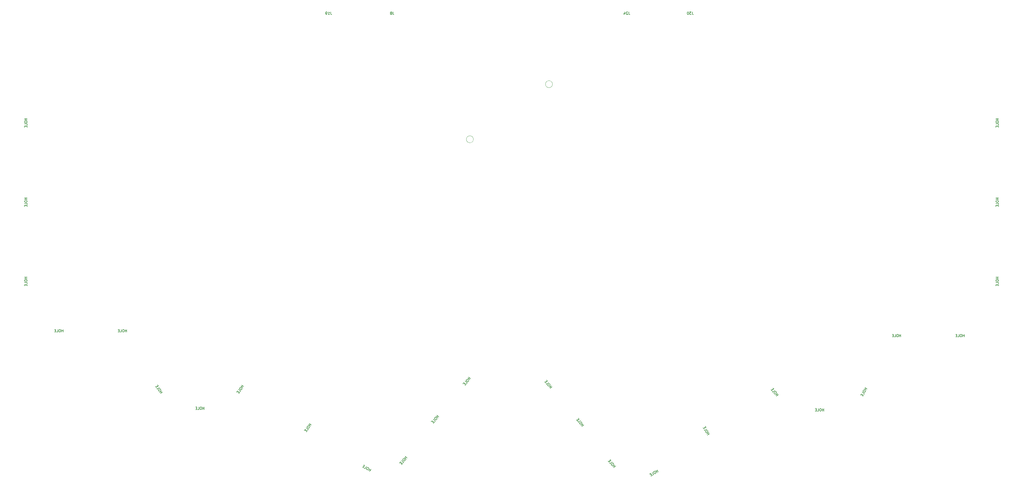
<source format=gbr>
%TF.GenerationSoftware,KiCad,Pcbnew,(6.99.0-4085-g6c752680d7)*%
%TF.CreationDate,2022-11-10T11:06:54+08:00*%
%TF.ProjectId,Rev2.4,52657632-2e34-42e6-9b69-6361645f7063,rev?*%
%TF.SameCoordinates,Original*%
%TF.FileFunction,Legend,Bot*%
%TF.FilePolarity,Positive*%
%FSLAX46Y46*%
G04 Gerber Fmt 4.6, Leading zero omitted, Abs format (unit mm)*
G04 Created by KiCad (PCBNEW (6.99.0-4085-g6c752680d7)) date 2022-11-10 11:06:54*
%MOMM*%
%LPD*%
G01*
G04 APERTURE LIST*
%ADD10C,0.150000*%
%ADD11C,0.152400*%
%ADD12C,0.100000*%
%ADD13C,1.700000*%
%ADD14C,1.600000*%
%ADD15C,0.800000*%
%ADD16C,6.400000*%
%ADD17R,1.200000X1.200000*%
%ADD18C,1.200000*%
%ADD19R,1.700000X1.700000*%
%ADD20O,1.700000X1.700000*%
%ADD21C,1.400000*%
%ADD22R,1.524000X1.524000*%
%ADD23O,1.524000X1.524000*%
%ADD24C,0.750000*%
%ADD25C,0.650000*%
%ADD26O,1.000000X2.100000*%
%ADD27O,1.000000X1.600000*%
%ADD28C,2.082800*%
%ADD29C,1.100000*%
G04 APERTURE END LIST*
D10*
%TO.C,D37*%
X188028467Y-175147721D02*
X187415632Y-174633491D01*
X187707458Y-174878362D02*
X187413613Y-175228554D01*
X187734622Y-175497912D02*
X187121786Y-174983682D01*
X186778966Y-175392239D02*
X186681018Y-175508970D01*
X186681018Y-175508970D02*
X186661226Y-175591822D01*
X186661226Y-175591822D02*
X186670617Y-175699162D01*
X186670617Y-175699162D02*
X186762860Y-175826293D01*
X186762860Y-175826293D02*
X186967139Y-175997703D01*
X186967139Y-175997703D02*
X187108357Y-176066469D01*
X187108357Y-176066469D02*
X187215696Y-176057078D01*
X187215696Y-176057078D02*
X187293853Y-176023200D01*
X187293853Y-176023200D02*
X187391802Y-175906469D01*
X187391802Y-175906469D02*
X187411593Y-175823617D01*
X187411593Y-175823617D02*
X187402202Y-175716277D01*
X187402202Y-175716277D02*
X187309959Y-175589146D01*
X187309959Y-175589146D02*
X187105680Y-175417736D01*
X187105680Y-175417736D02*
X186964463Y-175348970D01*
X186964463Y-175348970D02*
X186857123Y-175358361D01*
X186857123Y-175358361D02*
X186778966Y-175392239D01*
X186706162Y-176723583D02*
X186951033Y-176431757D01*
X186951033Y-176431757D02*
X186338198Y-175917527D01*
X186213743Y-176658503D02*
X186042333Y-176862782D01*
X186289880Y-177219688D02*
X186534752Y-176927862D01*
X186534752Y-176927862D02*
X185921916Y-176413632D01*
X185921916Y-176413632D02*
X185677045Y-176705458D01*
%TO.C,D17*%
X333511737Y-149929906D02*
X333511737Y-149129906D01*
X333511737Y-149510859D02*
X333054594Y-149510859D01*
X333054594Y-149929906D02*
X333054594Y-149129906D01*
X332521261Y-149129906D02*
X332368880Y-149129906D01*
X332368880Y-149129906D02*
X332292690Y-149168002D01*
X332292690Y-149168002D02*
X332216499Y-149244192D01*
X332216499Y-149244192D02*
X332178404Y-149396573D01*
X332178404Y-149396573D02*
X332178404Y-149663240D01*
X332178404Y-149663240D02*
X332216499Y-149815621D01*
X332216499Y-149815621D02*
X332292690Y-149891811D01*
X332292690Y-149891811D02*
X332368880Y-149929906D01*
X332368880Y-149929906D02*
X332521261Y-149929906D01*
X332521261Y-149929906D02*
X332597452Y-149891811D01*
X332597452Y-149891811D02*
X332673642Y-149815621D01*
X332673642Y-149815621D02*
X332711738Y-149663240D01*
X332711738Y-149663240D02*
X332711738Y-149396573D01*
X332711738Y-149396573D02*
X332673642Y-149244192D01*
X332673642Y-149244192D02*
X332597452Y-149168002D01*
X332597452Y-149168002D02*
X332521261Y-149129906D01*
X331454595Y-149929906D02*
X331835547Y-149929906D01*
X331835547Y-149929906D02*
X331835547Y-149129906D01*
X331187928Y-149510859D02*
X330921262Y-149510859D01*
X330806976Y-149929906D02*
X331187928Y-149929906D01*
X331187928Y-149929906D02*
X331187928Y-149129906D01*
X331187928Y-149129906D02*
X330806976Y-149129906D01*
%TO.C,D18*%
X322896243Y-166329797D02*
X322203423Y-165929797D01*
X322533337Y-166120273D02*
X322304766Y-166516170D01*
X322667671Y-166725694D02*
X321974851Y-166325694D01*
X321708185Y-166787574D02*
X321631994Y-166919540D01*
X321631994Y-166919540D02*
X321626890Y-167004570D01*
X321626890Y-167004570D02*
X321654778Y-167108649D01*
X321654778Y-167108649D02*
X321767696Y-167217830D01*
X321767696Y-167217830D02*
X321998636Y-167351164D01*
X321998636Y-167351164D02*
X322149650Y-167394363D01*
X322149650Y-167394363D02*
X322253728Y-167366475D01*
X322253728Y-167366475D02*
X322324814Y-167319540D01*
X322324814Y-167319540D02*
X322401005Y-167187574D01*
X322401005Y-167187574D02*
X322406109Y-167102544D01*
X322406109Y-167102544D02*
X322378221Y-166998465D01*
X322378221Y-166998465D02*
X322265303Y-166889284D01*
X322265303Y-166889284D02*
X322034363Y-166755950D01*
X322034363Y-166755950D02*
X321883349Y-166712751D01*
X321883349Y-166712751D02*
X321779271Y-166740639D01*
X321779271Y-166740639D02*
X321708185Y-166787574D01*
X321867672Y-168111334D02*
X322058148Y-167781420D01*
X322058148Y-167781420D02*
X321365328Y-167381420D01*
X321371433Y-168132751D02*
X321238099Y-168363691D01*
X321543862Y-168672189D02*
X321734338Y-168342274D01*
X321734338Y-168342274D02*
X321041518Y-167942274D01*
X321041518Y-167942274D02*
X320851042Y-168272189D01*
%TO.C,D23*%
X243078180Y-191170110D02*
X243691016Y-190655880D01*
X243399189Y-190900751D02*
X243105344Y-190550560D01*
X242784334Y-190819918D02*
X243397170Y-190305688D01*
X243054350Y-189897131D02*
X242956401Y-189780401D01*
X242956401Y-189780401D02*
X242878245Y-189746523D01*
X242878245Y-189746523D02*
X242770905Y-189737132D01*
X242770905Y-189737132D02*
X242629687Y-189805898D01*
X242629687Y-189805898D02*
X242425409Y-189977308D01*
X242425409Y-189977308D02*
X242333165Y-190104439D01*
X242333165Y-190104439D02*
X242323774Y-190211778D01*
X242323774Y-190211778D02*
X242343566Y-190294631D01*
X242343566Y-190294631D02*
X242441515Y-190411361D01*
X242441515Y-190411361D02*
X242519671Y-190445240D01*
X242519671Y-190445240D02*
X242627011Y-190454631D01*
X242627011Y-190454631D02*
X242768229Y-190385865D01*
X242768229Y-190385865D02*
X242972507Y-190214455D01*
X242972507Y-190214455D02*
X243064751Y-190087323D01*
X243064751Y-190087323D02*
X243074142Y-189979984D01*
X243074142Y-189979984D02*
X243054350Y-189897131D01*
X241755875Y-189594248D02*
X242000746Y-189886074D01*
X242000746Y-189886074D02*
X242613582Y-189371844D01*
X241905474Y-189120610D02*
X241734064Y-188916332D01*
X241339593Y-189098143D02*
X241584465Y-189389969D01*
X241584465Y-189389969D02*
X242197300Y-188875739D01*
X242197300Y-188875739D02*
X241952429Y-188583913D01*
%TO.C,D14*%
X364285902Y-106136670D02*
X363485902Y-106136670D01*
X363866855Y-106136670D02*
X363866855Y-106593813D01*
X364285902Y-106593813D02*
X363485902Y-106593813D01*
X363485902Y-107127146D02*
X363485902Y-107279527D01*
X363485902Y-107279527D02*
X363523998Y-107355717D01*
X363523998Y-107355717D02*
X363600188Y-107431908D01*
X363600188Y-107431908D02*
X363752569Y-107470003D01*
X363752569Y-107470003D02*
X364019236Y-107470003D01*
X364019236Y-107470003D02*
X364171617Y-107431908D01*
X364171617Y-107431908D02*
X364247807Y-107355717D01*
X364247807Y-107355717D02*
X364285902Y-107279527D01*
X364285902Y-107279527D02*
X364285902Y-107127146D01*
X364285902Y-107127146D02*
X364247807Y-107050955D01*
X364247807Y-107050955D02*
X364171617Y-106974765D01*
X364171617Y-106974765D02*
X364019236Y-106936669D01*
X364019236Y-106936669D02*
X363752569Y-106936669D01*
X363752569Y-106936669D02*
X363600188Y-106974765D01*
X363600188Y-106974765D02*
X363523998Y-107050955D01*
X363523998Y-107050955D02*
X363485902Y-107127146D01*
X364285902Y-108193812D02*
X364285902Y-107812860D01*
X364285902Y-107812860D02*
X363485902Y-107812860D01*
X363866855Y-108460479D02*
X363866855Y-108727145D01*
X364285902Y-108841431D02*
X364285902Y-108460479D01*
X364285902Y-108460479D02*
X363485902Y-108460479D01*
X363485902Y-108460479D02*
X363485902Y-108841431D01*
D11*
%TO.C,J24*%
X247862980Y-47513779D02*
X247862980Y-48094350D01*
X247862980Y-48094350D02*
X247901685Y-48210464D01*
X247901685Y-48210464D02*
X247979094Y-48287874D01*
X247979094Y-48287874D02*
X248095209Y-48326579D01*
X248095209Y-48326579D02*
X248172618Y-48326579D01*
X247514637Y-47591188D02*
X247475933Y-47552484D01*
X247475933Y-47552484D02*
X247398523Y-47513779D01*
X247398523Y-47513779D02*
X247204999Y-47513779D01*
X247204999Y-47513779D02*
X247127590Y-47552484D01*
X247127590Y-47552484D02*
X247088885Y-47591188D01*
X247088885Y-47591188D02*
X247050180Y-47668598D01*
X247050180Y-47668598D02*
X247050180Y-47746007D01*
X247050180Y-47746007D02*
X247088885Y-47862122D01*
X247088885Y-47862122D02*
X247553342Y-48326579D01*
X247553342Y-48326579D02*
X247050180Y-48326579D01*
X246353495Y-47784712D02*
X246353495Y-48326579D01*
X246547019Y-47475074D02*
X246740542Y-48055645D01*
X246740542Y-48055645D02*
X246237381Y-48055645D01*
D10*
%TO.C,D15*%
X364285902Y-131136670D02*
X363485902Y-131136670D01*
X363866855Y-131136670D02*
X363866855Y-131593813D01*
X364285902Y-131593813D02*
X363485902Y-131593813D01*
X363485902Y-132127146D02*
X363485902Y-132279527D01*
X363485902Y-132279527D02*
X363523998Y-132355717D01*
X363523998Y-132355717D02*
X363600188Y-132431908D01*
X363600188Y-132431908D02*
X363752569Y-132470003D01*
X363752569Y-132470003D02*
X364019236Y-132470003D01*
X364019236Y-132470003D02*
X364171617Y-132431908D01*
X364171617Y-132431908D02*
X364247807Y-132355717D01*
X364247807Y-132355717D02*
X364285902Y-132279527D01*
X364285902Y-132279527D02*
X364285902Y-132127146D01*
X364285902Y-132127146D02*
X364247807Y-132050955D01*
X364247807Y-132050955D02*
X364171617Y-131974765D01*
X364171617Y-131974765D02*
X364019236Y-131936669D01*
X364019236Y-131936669D02*
X363752569Y-131936669D01*
X363752569Y-131936669D02*
X363600188Y-131974765D01*
X363600188Y-131974765D02*
X363523998Y-132050955D01*
X363523998Y-132050955D02*
X363485902Y-132127146D01*
X364285902Y-133193812D02*
X364285902Y-132812860D01*
X364285902Y-132812860D02*
X363485902Y-132812860D01*
X363866855Y-133460479D02*
X363866855Y-133727145D01*
X364285902Y-133841431D02*
X364285902Y-133460479D01*
X364285902Y-133460479D02*
X363485902Y-133460479D01*
X363485902Y-133460479D02*
X363485902Y-133841431D01*
%TO.C,D16*%
X353511737Y-149929906D02*
X353511737Y-149129906D01*
X353511737Y-149510859D02*
X353054594Y-149510859D01*
X353054594Y-149929906D02*
X353054594Y-149129906D01*
X352521261Y-149129906D02*
X352368880Y-149129906D01*
X352368880Y-149129906D02*
X352292690Y-149168002D01*
X352292690Y-149168002D02*
X352216499Y-149244192D01*
X352216499Y-149244192D02*
X352178404Y-149396573D01*
X352178404Y-149396573D02*
X352178404Y-149663240D01*
X352178404Y-149663240D02*
X352216499Y-149815621D01*
X352216499Y-149815621D02*
X352292690Y-149891811D01*
X352292690Y-149891811D02*
X352368880Y-149929906D01*
X352368880Y-149929906D02*
X352521261Y-149929906D01*
X352521261Y-149929906D02*
X352597452Y-149891811D01*
X352597452Y-149891811D02*
X352673642Y-149815621D01*
X352673642Y-149815621D02*
X352711738Y-149663240D01*
X352711738Y-149663240D02*
X352711738Y-149396573D01*
X352711738Y-149396573D02*
X352673642Y-149244192D01*
X352673642Y-149244192D02*
X352597452Y-149168002D01*
X352597452Y-149168002D02*
X352521261Y-149129906D01*
X351454595Y-149929906D02*
X351835547Y-149929906D01*
X351835547Y-149929906D02*
X351835547Y-149129906D01*
X351187928Y-149510859D02*
X350921262Y-149510859D01*
X350806976Y-149929906D02*
X351187928Y-149929906D01*
X351187928Y-149929906D02*
X351187928Y-149129906D01*
X351187928Y-149129906D02*
X350806976Y-149129906D01*
%TO.C,D36*%
X178028467Y-188147721D02*
X177415632Y-187633491D01*
X177707458Y-187878362D02*
X177413613Y-188228554D01*
X177734622Y-188497912D02*
X177121786Y-187983682D01*
X176778966Y-188392239D02*
X176681018Y-188508970D01*
X176681018Y-188508970D02*
X176661226Y-188591822D01*
X176661226Y-188591822D02*
X176670617Y-188699162D01*
X176670617Y-188699162D02*
X176762860Y-188826293D01*
X176762860Y-188826293D02*
X176967139Y-188997703D01*
X176967139Y-188997703D02*
X177108357Y-189066469D01*
X177108357Y-189066469D02*
X177215696Y-189057078D01*
X177215696Y-189057078D02*
X177293853Y-189023200D01*
X177293853Y-189023200D02*
X177391802Y-188906469D01*
X177391802Y-188906469D02*
X177411593Y-188823617D01*
X177411593Y-188823617D02*
X177402202Y-188716277D01*
X177402202Y-188716277D02*
X177309959Y-188589146D01*
X177309959Y-188589146D02*
X177105680Y-188417736D01*
X177105680Y-188417736D02*
X176964463Y-188348970D01*
X176964463Y-188348970D02*
X176857123Y-188358361D01*
X176857123Y-188358361D02*
X176778966Y-188392239D01*
X176706162Y-189723583D02*
X176951033Y-189431757D01*
X176951033Y-189431757D02*
X176338198Y-188917527D01*
X176213743Y-189658503D02*
X176042333Y-189862782D01*
X176289880Y-190219688D02*
X176534752Y-189927862D01*
X176534752Y-189927862D02*
X175921916Y-189413632D01*
X175921916Y-189413632D02*
X175677045Y-189705458D01*
%TO.C,D26*%
X58385910Y-106136669D02*
X57585910Y-106136669D01*
X57966863Y-106136669D02*
X57966863Y-106593812D01*
X58385910Y-106593812D02*
X57585910Y-106593812D01*
X57585910Y-107127145D02*
X57585910Y-107279526D01*
X57585910Y-107279526D02*
X57624006Y-107355716D01*
X57624006Y-107355716D02*
X57700196Y-107431907D01*
X57700196Y-107431907D02*
X57852577Y-107470002D01*
X57852577Y-107470002D02*
X58119244Y-107470002D01*
X58119244Y-107470002D02*
X58271625Y-107431907D01*
X58271625Y-107431907D02*
X58347815Y-107355716D01*
X58347815Y-107355716D02*
X58385910Y-107279526D01*
X58385910Y-107279526D02*
X58385910Y-107127145D01*
X58385910Y-107127145D02*
X58347815Y-107050954D01*
X58347815Y-107050954D02*
X58271625Y-106974764D01*
X58271625Y-106974764D02*
X58119244Y-106936668D01*
X58119244Y-106936668D02*
X57852577Y-106936668D01*
X57852577Y-106936668D02*
X57700196Y-106974764D01*
X57700196Y-106974764D02*
X57624006Y-107050954D01*
X57624006Y-107050954D02*
X57585910Y-107127145D01*
X58385910Y-108193811D02*
X58385910Y-107812859D01*
X58385910Y-107812859D02*
X57585910Y-107812859D01*
X57966863Y-108460478D02*
X57966863Y-108727144D01*
X58385910Y-108841430D02*
X58385910Y-108460478D01*
X58385910Y-108460478D02*
X57585910Y-108460478D01*
X57585910Y-108460478D02*
X57585910Y-108841430D01*
%TO.C,D21*%
X272602226Y-180882652D02*
X273295046Y-180482652D01*
X272965132Y-180673128D02*
X272736560Y-180277231D01*
X272373654Y-180486755D02*
X273066475Y-180086755D01*
X272799808Y-179624875D02*
X272723618Y-179492909D01*
X272723618Y-179492909D02*
X272652531Y-179445974D01*
X272652531Y-179445974D02*
X272548453Y-179418086D01*
X272548453Y-179418086D02*
X272397440Y-179461285D01*
X272397440Y-179461285D02*
X272166499Y-179594618D01*
X272166499Y-179594618D02*
X272053581Y-179703800D01*
X272053581Y-179703800D02*
X272025694Y-179807878D01*
X272025694Y-179807878D02*
X272030797Y-179892909D01*
X272030797Y-179892909D02*
X272106988Y-180024875D01*
X272106988Y-180024875D02*
X272178075Y-180071810D01*
X272178075Y-180071810D02*
X272282153Y-180099698D01*
X272282153Y-180099698D02*
X272433166Y-180056499D01*
X272433166Y-180056499D02*
X272664106Y-179923165D01*
X272664106Y-179923165D02*
X272777024Y-179813983D01*
X272777024Y-179813983D02*
X272804912Y-179709905D01*
X272804912Y-179709905D02*
X272799808Y-179624875D01*
X271573655Y-179101114D02*
X271764131Y-179431029D01*
X271764131Y-179431029D02*
X272456951Y-179031029D01*
X271803227Y-178660651D02*
X271669894Y-178429710D01*
X271249845Y-178540260D02*
X271440321Y-178870174D01*
X271440321Y-178870174D02*
X272133142Y-178470174D01*
X272133142Y-178470174D02*
X271942666Y-178140260D01*
%TO.C,D38*%
X198028467Y-163147721D02*
X197415632Y-162633491D01*
X197707458Y-162878362D02*
X197413613Y-163228554D01*
X197734622Y-163497912D02*
X197121786Y-162983682D01*
X196778966Y-163392239D02*
X196681018Y-163508970D01*
X196681018Y-163508970D02*
X196661226Y-163591822D01*
X196661226Y-163591822D02*
X196670617Y-163699162D01*
X196670617Y-163699162D02*
X196762860Y-163826293D01*
X196762860Y-163826293D02*
X196967139Y-163997703D01*
X196967139Y-163997703D02*
X197108357Y-164066469D01*
X197108357Y-164066469D02*
X197215696Y-164057078D01*
X197215696Y-164057078D02*
X197293853Y-164023200D01*
X197293853Y-164023200D02*
X197391802Y-163906469D01*
X197391802Y-163906469D02*
X197411593Y-163823617D01*
X197411593Y-163823617D02*
X197402202Y-163716277D01*
X197402202Y-163716277D02*
X197309959Y-163589146D01*
X197309959Y-163589146D02*
X197105680Y-163417736D01*
X197105680Y-163417736D02*
X196964463Y-163348970D01*
X196964463Y-163348970D02*
X196857123Y-163358361D01*
X196857123Y-163358361D02*
X196778966Y-163392239D01*
X196706162Y-164723583D02*
X196951033Y-164431757D01*
X196951033Y-164431757D02*
X196338198Y-163917527D01*
X196213743Y-164658503D02*
X196042333Y-164862782D01*
X196289880Y-165219688D02*
X196534752Y-164927862D01*
X196534752Y-164927862D02*
X195921916Y-164413632D01*
X195921916Y-164413632D02*
X195677045Y-164705458D01*
D11*
%TO.C,J30*%
X267862980Y-47513779D02*
X267862980Y-48094350D01*
X267862980Y-48094350D02*
X267901685Y-48210464D01*
X267901685Y-48210464D02*
X267979094Y-48287874D01*
X267979094Y-48287874D02*
X268095209Y-48326579D01*
X268095209Y-48326579D02*
X268172618Y-48326579D01*
X267553342Y-47513779D02*
X267050180Y-47513779D01*
X267050180Y-47513779D02*
X267321114Y-47823417D01*
X267321114Y-47823417D02*
X267204999Y-47823417D01*
X267204999Y-47823417D02*
X267127590Y-47862122D01*
X267127590Y-47862122D02*
X267088885Y-47900826D01*
X267088885Y-47900826D02*
X267050180Y-47978236D01*
X267050180Y-47978236D02*
X267050180Y-48171760D01*
X267050180Y-48171760D02*
X267088885Y-48249169D01*
X267088885Y-48249169D02*
X267127590Y-48287874D01*
X267127590Y-48287874D02*
X267204999Y-48326579D01*
X267204999Y-48326579D02*
X267437228Y-48326579D01*
X267437228Y-48326579D02*
X267514637Y-48287874D01*
X267514637Y-48287874D02*
X267553342Y-48249169D01*
X266547019Y-47513779D02*
X266469609Y-47513779D01*
X266469609Y-47513779D02*
X266392200Y-47552484D01*
X266392200Y-47552484D02*
X266353495Y-47591188D01*
X266353495Y-47591188D02*
X266314790Y-47668598D01*
X266314790Y-47668598D02*
X266276085Y-47823417D01*
X266276085Y-47823417D02*
X266276085Y-48016941D01*
X266276085Y-48016941D02*
X266314790Y-48171760D01*
X266314790Y-48171760D02*
X266353495Y-48249169D01*
X266353495Y-48249169D02*
X266392200Y-48287874D01*
X266392200Y-48287874D02*
X266469609Y-48326579D01*
X266469609Y-48326579D02*
X266547019Y-48326579D01*
X266547019Y-48326579D02*
X266624428Y-48287874D01*
X266624428Y-48287874D02*
X266663133Y-48249169D01*
X266663133Y-48249169D02*
X266701838Y-48171760D01*
X266701838Y-48171760D02*
X266740542Y-48016941D01*
X266740542Y-48016941D02*
X266740542Y-47823417D01*
X266740542Y-47823417D02*
X266701838Y-47668598D01*
X266701838Y-47668598D02*
X266663133Y-47591188D01*
X266663133Y-47591188D02*
X266624428Y-47552484D01*
X266624428Y-47552484D02*
X266547019Y-47513779D01*
D10*
%TO.C,D33*%
X126576324Y-165595860D02*
X125921003Y-165136999D01*
X126233061Y-165355504D02*
X125970854Y-165729974D01*
X126314118Y-165970330D02*
X125658796Y-165511468D01*
X125352889Y-165948349D02*
X125265487Y-166073172D01*
X125265487Y-166073172D02*
X125252992Y-166157435D01*
X125252992Y-166157435D02*
X125271702Y-166263547D01*
X125271702Y-166263547D02*
X125374675Y-166382155D01*
X125374675Y-166382155D02*
X125593115Y-166535109D01*
X125593115Y-166535109D02*
X125739789Y-166591305D01*
X125739789Y-166591305D02*
X125845902Y-166572595D01*
X125845902Y-166572595D02*
X125920809Y-166532034D01*
X125920809Y-166532034D02*
X126008211Y-166407210D01*
X126008211Y-166407210D02*
X126020706Y-166322948D01*
X126020706Y-166322948D02*
X126001996Y-166216836D01*
X126001996Y-166216836D02*
X125899023Y-166098228D01*
X125899023Y-166098228D02*
X125680582Y-165945274D01*
X125680582Y-165945274D02*
X125533909Y-165889078D01*
X125533909Y-165889078D02*
X125427796Y-165907788D01*
X125427796Y-165907788D02*
X125352889Y-165948349D01*
X125396396Y-167280972D02*
X125614901Y-166968915D01*
X125614901Y-166968915D02*
X124959580Y-166510053D01*
X124900179Y-167259057D02*
X124747225Y-167477498D01*
X125024937Y-167811471D02*
X125243442Y-167499413D01*
X125243442Y-167499413D02*
X124588121Y-167040552D01*
X124588121Y-167040552D02*
X124369615Y-167352610D01*
%TO.C,D20*%
X294363318Y-168656662D02*
X294976154Y-168142432D01*
X294684327Y-168387303D02*
X294390482Y-168037112D01*
X294069472Y-168306470D02*
X294682308Y-167792240D01*
X294339488Y-167383683D02*
X294241539Y-167266953D01*
X294241539Y-167266953D02*
X294163383Y-167233075D01*
X294163383Y-167233075D02*
X294056043Y-167223684D01*
X294056043Y-167223684D02*
X293914825Y-167292450D01*
X293914825Y-167292450D02*
X293710547Y-167463860D01*
X293710547Y-167463860D02*
X293618303Y-167590991D01*
X293618303Y-167590991D02*
X293608912Y-167698330D01*
X293608912Y-167698330D02*
X293628704Y-167781183D01*
X293628704Y-167781183D02*
X293726653Y-167897913D01*
X293726653Y-167897913D02*
X293804809Y-167931792D01*
X293804809Y-167931792D02*
X293912149Y-167941183D01*
X293912149Y-167941183D02*
X294053367Y-167872417D01*
X294053367Y-167872417D02*
X294257645Y-167701007D01*
X294257645Y-167701007D02*
X294349889Y-167573875D01*
X294349889Y-167573875D02*
X294359280Y-167466536D01*
X294359280Y-167466536D02*
X294339488Y-167383683D01*
X293041013Y-167080800D02*
X293285884Y-167372626D01*
X293285884Y-167372626D02*
X293898720Y-166858396D01*
X293190612Y-166607162D02*
X293019202Y-166402884D01*
X292624731Y-166584695D02*
X292869603Y-166876521D01*
X292869603Y-166876521D02*
X293482438Y-166362291D01*
X293482438Y-166362291D02*
X293237567Y-166070465D01*
%TO.C,D28*%
X69715336Y-148405904D02*
X69715336Y-147605904D01*
X69715336Y-147986857D02*
X69258193Y-147986857D01*
X69258193Y-148405904D02*
X69258193Y-147605904D01*
X68724860Y-147605904D02*
X68572479Y-147605904D01*
X68572479Y-147605904D02*
X68496289Y-147644000D01*
X68496289Y-147644000D02*
X68420098Y-147720190D01*
X68420098Y-147720190D02*
X68382003Y-147872571D01*
X68382003Y-147872571D02*
X68382003Y-148139238D01*
X68382003Y-148139238D02*
X68420098Y-148291619D01*
X68420098Y-148291619D02*
X68496289Y-148367809D01*
X68496289Y-148367809D02*
X68572479Y-148405904D01*
X68572479Y-148405904D02*
X68724860Y-148405904D01*
X68724860Y-148405904D02*
X68801051Y-148367809D01*
X68801051Y-148367809D02*
X68877241Y-148291619D01*
X68877241Y-148291619D02*
X68915337Y-148139238D01*
X68915337Y-148139238D02*
X68915337Y-147872571D01*
X68915337Y-147872571D02*
X68877241Y-147720190D01*
X68877241Y-147720190D02*
X68801051Y-147644000D01*
X68801051Y-147644000D02*
X68724860Y-147605904D01*
X67658194Y-148405904D02*
X68039146Y-148405904D01*
X68039146Y-148405904D02*
X68039146Y-147605904D01*
X67391527Y-147986857D02*
X67124861Y-147986857D01*
X67010575Y-148405904D02*
X67391527Y-148405904D01*
X67391527Y-148405904D02*
X67391527Y-147605904D01*
X67391527Y-147605904D02*
X67010575Y-147605904D01*
%TO.C,D13*%
X364285902Y-81136670D02*
X363485902Y-81136670D01*
X363866855Y-81136670D02*
X363866855Y-81593813D01*
X364285902Y-81593813D02*
X363485902Y-81593813D01*
X363485902Y-82127146D02*
X363485902Y-82279527D01*
X363485902Y-82279527D02*
X363523998Y-82355717D01*
X363523998Y-82355717D02*
X363600188Y-82431908D01*
X363600188Y-82431908D02*
X363752569Y-82470003D01*
X363752569Y-82470003D02*
X364019236Y-82470003D01*
X364019236Y-82470003D02*
X364171617Y-82431908D01*
X364171617Y-82431908D02*
X364247807Y-82355717D01*
X364247807Y-82355717D02*
X364285902Y-82279527D01*
X364285902Y-82279527D02*
X364285902Y-82127146D01*
X364285902Y-82127146D02*
X364247807Y-82050955D01*
X364247807Y-82050955D02*
X364171617Y-81974765D01*
X364171617Y-81974765D02*
X364019236Y-81936669D01*
X364019236Y-81936669D02*
X363752569Y-81936669D01*
X363752569Y-81936669D02*
X363600188Y-81974765D01*
X363600188Y-81974765D02*
X363523998Y-82050955D01*
X363523998Y-82050955D02*
X363485902Y-82127146D01*
X364285902Y-83193812D02*
X364285902Y-82812860D01*
X364285902Y-82812860D02*
X363485902Y-82812860D01*
X363866855Y-83460479D02*
X363866855Y-83727145D01*
X364285902Y-83841431D02*
X364285902Y-83460479D01*
X364285902Y-83460479D02*
X363485902Y-83460479D01*
X363485902Y-83460479D02*
X363485902Y-83841431D01*
%TO.C,D31*%
X100343209Y-167780268D02*
X100998531Y-167321406D01*
X100686473Y-167539912D02*
X100424266Y-167165442D01*
X100081003Y-167405798D02*
X100736324Y-166946937D01*
X100430417Y-166510056D02*
X100343015Y-166385233D01*
X100343015Y-166385233D02*
X100268108Y-166344672D01*
X100268108Y-166344672D02*
X100161995Y-166325961D01*
X100161995Y-166325961D02*
X100015322Y-166382158D01*
X100015322Y-166382158D02*
X99796881Y-166535111D01*
X99796881Y-166535111D02*
X99693909Y-166653719D01*
X99693909Y-166653719D02*
X99675198Y-166759832D01*
X99675198Y-166759832D02*
X99687693Y-166844094D01*
X99687693Y-166844094D02*
X99775095Y-166968917D01*
X99775095Y-166968917D02*
X99850002Y-167009478D01*
X99850002Y-167009478D02*
X99956115Y-167028189D01*
X99956115Y-167028189D02*
X100102789Y-166971992D01*
X100102789Y-166971992D02*
X100321229Y-166819039D01*
X100321229Y-166819039D02*
X100424202Y-166700431D01*
X100424202Y-166700431D02*
X100442912Y-166594318D01*
X100442912Y-166594318D02*
X100430417Y-166510056D01*
X99163281Y-166095155D02*
X99381786Y-166407213D01*
X99381786Y-166407213D02*
X100037108Y-165948352D01*
X99353591Y-165636359D02*
X99200637Y-165417918D01*
X98791822Y-165564657D02*
X99010327Y-165876715D01*
X99010327Y-165876715D02*
X99665649Y-165417854D01*
X99665649Y-165417854D02*
X99447143Y-165105796D01*
D11*
%TO.C,J8*%
X173600935Y-47512027D02*
X173600935Y-48092598D01*
X173600935Y-48092598D02*
X173639640Y-48208712D01*
X173639640Y-48208712D02*
X173717049Y-48286122D01*
X173717049Y-48286122D02*
X173833164Y-48324827D01*
X173833164Y-48324827D02*
X173910573Y-48324827D01*
X173097773Y-47860370D02*
X173175183Y-47821665D01*
X173175183Y-47821665D02*
X173213888Y-47782960D01*
X173213888Y-47782960D02*
X173252592Y-47705551D01*
X173252592Y-47705551D02*
X173252592Y-47666846D01*
X173252592Y-47666846D02*
X173213888Y-47589436D01*
X173213888Y-47589436D02*
X173175183Y-47550732D01*
X173175183Y-47550732D02*
X173097773Y-47512027D01*
X173097773Y-47512027D02*
X172942954Y-47512027D01*
X172942954Y-47512027D02*
X172865545Y-47550732D01*
X172865545Y-47550732D02*
X172826840Y-47589436D01*
X172826840Y-47589436D02*
X172788135Y-47666846D01*
X172788135Y-47666846D02*
X172788135Y-47705551D01*
X172788135Y-47705551D02*
X172826840Y-47782960D01*
X172826840Y-47782960D02*
X172865545Y-47821665D01*
X172865545Y-47821665D02*
X172942954Y-47860370D01*
X172942954Y-47860370D02*
X173097773Y-47860370D01*
X173097773Y-47860370D02*
X173175183Y-47899074D01*
X173175183Y-47899074D02*
X173213888Y-47937779D01*
X173213888Y-47937779D02*
X173252592Y-48015189D01*
X173252592Y-48015189D02*
X173252592Y-48170008D01*
X173252592Y-48170008D02*
X173213888Y-48247417D01*
X173213888Y-48247417D02*
X173175183Y-48286122D01*
X173175183Y-48286122D02*
X173097773Y-48324827D01*
X173097773Y-48324827D02*
X172942954Y-48324827D01*
X172942954Y-48324827D02*
X172865545Y-48286122D01*
X172865545Y-48286122D02*
X172826840Y-48247417D01*
X172826840Y-48247417D02*
X172788135Y-48170008D01*
X172788135Y-48170008D02*
X172788135Y-48015189D01*
X172788135Y-48015189D02*
X172826840Y-47937779D01*
X172826840Y-47937779D02*
X172865545Y-47899074D01*
X172865545Y-47899074D02*
X172942954Y-47860370D01*
D10*
%TO.C,D19*%
X309263332Y-173350904D02*
X309263332Y-172550904D01*
X309263332Y-172931857D02*
X308806189Y-172931857D01*
X308806189Y-173350904D02*
X308806189Y-172550904D01*
X308272856Y-172550904D02*
X308120475Y-172550904D01*
X308120475Y-172550904D02*
X308044285Y-172589000D01*
X308044285Y-172589000D02*
X307968094Y-172665190D01*
X307968094Y-172665190D02*
X307929999Y-172817571D01*
X307929999Y-172817571D02*
X307929999Y-173084238D01*
X307929999Y-173084238D02*
X307968094Y-173236619D01*
X307968094Y-173236619D02*
X308044285Y-173312809D01*
X308044285Y-173312809D02*
X308120475Y-173350904D01*
X308120475Y-173350904D02*
X308272856Y-173350904D01*
X308272856Y-173350904D02*
X308349047Y-173312809D01*
X308349047Y-173312809D02*
X308425237Y-173236619D01*
X308425237Y-173236619D02*
X308463333Y-173084238D01*
X308463333Y-173084238D02*
X308463333Y-172817571D01*
X308463333Y-172817571D02*
X308425237Y-172665190D01*
X308425237Y-172665190D02*
X308349047Y-172589000D01*
X308349047Y-172589000D02*
X308272856Y-172550904D01*
X307206190Y-173350904D02*
X307587142Y-173350904D01*
X307587142Y-173350904D02*
X307587142Y-172550904D01*
X306939523Y-172931857D02*
X306672857Y-172931857D01*
X306558571Y-173350904D02*
X306939523Y-173350904D01*
X306939523Y-173350904D02*
X306939523Y-172550904D01*
X306939523Y-172550904D02*
X306558571Y-172550904D01*
%TO.C,D29*%
X89715336Y-148405904D02*
X89715336Y-147605904D01*
X89715336Y-147986857D02*
X89258193Y-147986857D01*
X89258193Y-148405904D02*
X89258193Y-147605904D01*
X88724860Y-147605904D02*
X88572479Y-147605904D01*
X88572479Y-147605904D02*
X88496289Y-147644000D01*
X88496289Y-147644000D02*
X88420098Y-147720190D01*
X88420098Y-147720190D02*
X88382003Y-147872571D01*
X88382003Y-147872571D02*
X88382003Y-148139238D01*
X88382003Y-148139238D02*
X88420098Y-148291619D01*
X88420098Y-148291619D02*
X88496289Y-148367809D01*
X88496289Y-148367809D02*
X88572479Y-148405904D01*
X88572479Y-148405904D02*
X88724860Y-148405904D01*
X88724860Y-148405904D02*
X88801051Y-148367809D01*
X88801051Y-148367809D02*
X88877241Y-148291619D01*
X88877241Y-148291619D02*
X88915337Y-148139238D01*
X88915337Y-148139238D02*
X88915337Y-147872571D01*
X88915337Y-147872571D02*
X88877241Y-147720190D01*
X88877241Y-147720190D02*
X88801051Y-147644000D01*
X88801051Y-147644000D02*
X88724860Y-147605904D01*
X87658194Y-148405904D02*
X88039146Y-148405904D01*
X88039146Y-148405904D02*
X88039146Y-147605904D01*
X87391527Y-147986857D02*
X87124861Y-147986857D01*
X87010575Y-148405904D02*
X87391527Y-148405904D01*
X87391527Y-148405904D02*
X87391527Y-147605904D01*
X87391527Y-147605904D02*
X87010575Y-147605904D01*
%TO.C,D27*%
X58385910Y-131136669D02*
X57585910Y-131136669D01*
X57966863Y-131136669D02*
X57966863Y-131593812D01*
X58385910Y-131593812D02*
X57585910Y-131593812D01*
X57585910Y-132127145D02*
X57585910Y-132279526D01*
X57585910Y-132279526D02*
X57624006Y-132355716D01*
X57624006Y-132355716D02*
X57700196Y-132431907D01*
X57700196Y-132431907D02*
X57852577Y-132470002D01*
X57852577Y-132470002D02*
X58119244Y-132470002D01*
X58119244Y-132470002D02*
X58271625Y-132431907D01*
X58271625Y-132431907D02*
X58347815Y-132355716D01*
X58347815Y-132355716D02*
X58385910Y-132279526D01*
X58385910Y-132279526D02*
X58385910Y-132127145D01*
X58385910Y-132127145D02*
X58347815Y-132050954D01*
X58347815Y-132050954D02*
X58271625Y-131974764D01*
X58271625Y-131974764D02*
X58119244Y-131936668D01*
X58119244Y-131936668D02*
X57852577Y-131936668D01*
X57852577Y-131936668D02*
X57700196Y-131974764D01*
X57700196Y-131974764D02*
X57624006Y-132050954D01*
X57624006Y-132050954D02*
X57585910Y-132127145D01*
X58385910Y-133193811D02*
X58385910Y-132812859D01*
X58385910Y-132812859D02*
X57585910Y-132812859D01*
X57966863Y-133460478D02*
X57966863Y-133727144D01*
X58385910Y-133841430D02*
X58385910Y-133460478D01*
X58385910Y-133460478D02*
X57585910Y-133460478D01*
X57585910Y-133460478D02*
X57585910Y-133841430D01*
%TO.C,D24*%
X233078180Y-178170110D02*
X233691016Y-177655880D01*
X233399189Y-177900751D02*
X233105344Y-177550560D01*
X232784334Y-177819918D02*
X233397170Y-177305688D01*
X233054350Y-176897131D02*
X232956401Y-176780401D01*
X232956401Y-176780401D02*
X232878245Y-176746523D01*
X232878245Y-176746523D02*
X232770905Y-176737132D01*
X232770905Y-176737132D02*
X232629687Y-176805898D01*
X232629687Y-176805898D02*
X232425409Y-176977308D01*
X232425409Y-176977308D02*
X232333165Y-177104439D01*
X232333165Y-177104439D02*
X232323774Y-177211778D01*
X232323774Y-177211778D02*
X232343566Y-177294631D01*
X232343566Y-177294631D02*
X232441515Y-177411361D01*
X232441515Y-177411361D02*
X232519671Y-177445240D01*
X232519671Y-177445240D02*
X232627011Y-177454631D01*
X232627011Y-177454631D02*
X232768229Y-177385865D01*
X232768229Y-177385865D02*
X232972507Y-177214455D01*
X232972507Y-177214455D02*
X233064751Y-177087323D01*
X233064751Y-177087323D02*
X233074142Y-176979984D01*
X233074142Y-176979984D02*
X233054350Y-176897131D01*
X231755875Y-176594248D02*
X232000746Y-176886074D01*
X232000746Y-176886074D02*
X232613582Y-176371844D01*
X231905474Y-176120610D02*
X231734064Y-175916332D01*
X231339593Y-176098143D02*
X231584465Y-176389969D01*
X231584465Y-176389969D02*
X232197300Y-175875739D01*
X232197300Y-175875739D02*
X231952429Y-175583913D01*
%TO.C,D6*%
X58385910Y-81136669D02*
X57585910Y-81136669D01*
X57966863Y-81136669D02*
X57966863Y-81593812D01*
X58385910Y-81593812D02*
X57585910Y-81593812D01*
X57585910Y-82127145D02*
X57585910Y-82279526D01*
X57585910Y-82279526D02*
X57624006Y-82355716D01*
X57624006Y-82355716D02*
X57700196Y-82431907D01*
X57700196Y-82431907D02*
X57852577Y-82470002D01*
X57852577Y-82470002D02*
X58119244Y-82470002D01*
X58119244Y-82470002D02*
X58271625Y-82431907D01*
X58271625Y-82431907D02*
X58347815Y-82355716D01*
X58347815Y-82355716D02*
X58385910Y-82279526D01*
X58385910Y-82279526D02*
X58385910Y-82127145D01*
X58385910Y-82127145D02*
X58347815Y-82050954D01*
X58347815Y-82050954D02*
X58271625Y-81974764D01*
X58271625Y-81974764D02*
X58119244Y-81936668D01*
X58119244Y-81936668D02*
X57852577Y-81936668D01*
X57852577Y-81936668D02*
X57700196Y-81974764D01*
X57700196Y-81974764D02*
X57624006Y-82050954D01*
X57624006Y-82050954D02*
X57585910Y-82127145D01*
X58385910Y-83193811D02*
X58385910Y-82812859D01*
X58385910Y-82812859D02*
X57585910Y-82812859D01*
X57966863Y-83460478D02*
X57966863Y-83727144D01*
X58385910Y-83841430D02*
X58385910Y-83460478D01*
X58385910Y-83460478D02*
X57585910Y-83460478D01*
X57585910Y-83460478D02*
X57585910Y-83841430D01*
%TO.C,D35*%
X166293747Y-192333036D02*
X166693747Y-191640216D01*
X166503271Y-191970130D02*
X166107374Y-191741559D01*
X165897850Y-192104464D02*
X166297850Y-191411644D01*
X165835970Y-191144978D02*
X165704004Y-191068787D01*
X165704004Y-191068787D02*
X165618974Y-191063683D01*
X165618974Y-191063683D02*
X165514895Y-191091571D01*
X165514895Y-191091571D02*
X165405714Y-191204489D01*
X165405714Y-191204489D02*
X165272380Y-191435429D01*
X165272380Y-191435429D02*
X165229181Y-191586443D01*
X165229181Y-191586443D02*
X165257069Y-191690521D01*
X165257069Y-191690521D02*
X165304004Y-191761607D01*
X165304004Y-191761607D02*
X165435970Y-191837798D01*
X165435970Y-191837798D02*
X165521000Y-191842902D01*
X165521000Y-191842902D02*
X165625079Y-191815014D01*
X165625079Y-191815014D02*
X165734260Y-191702096D01*
X165734260Y-191702096D02*
X165867594Y-191471156D01*
X165867594Y-191471156D02*
X165910793Y-191320142D01*
X165910793Y-191320142D02*
X165882905Y-191216064D01*
X165882905Y-191216064D02*
X165835970Y-191144978D01*
X164512210Y-191304465D02*
X164842124Y-191494941D01*
X164842124Y-191494941D02*
X165242124Y-190802121D01*
X164490793Y-190808226D02*
X164259853Y-190674892D01*
X163951355Y-190980655D02*
X164281270Y-191171131D01*
X164281270Y-191171131D02*
X164681270Y-190478311D01*
X164681270Y-190478311D02*
X164351355Y-190287835D01*
%TO.C,D32*%
X114143193Y-172826910D02*
X114143193Y-172026910D01*
X114143193Y-172407863D02*
X113686050Y-172407863D01*
X113686050Y-172826910D02*
X113686050Y-172026910D01*
X113152717Y-172026910D02*
X113000336Y-172026910D01*
X113000336Y-172026910D02*
X112924146Y-172065006D01*
X112924146Y-172065006D02*
X112847955Y-172141196D01*
X112847955Y-172141196D02*
X112809860Y-172293577D01*
X112809860Y-172293577D02*
X112809860Y-172560244D01*
X112809860Y-172560244D02*
X112847955Y-172712625D01*
X112847955Y-172712625D02*
X112924146Y-172788815D01*
X112924146Y-172788815D02*
X113000336Y-172826910D01*
X113000336Y-172826910D02*
X113152717Y-172826910D01*
X113152717Y-172826910D02*
X113228908Y-172788815D01*
X113228908Y-172788815D02*
X113305098Y-172712625D01*
X113305098Y-172712625D02*
X113343194Y-172560244D01*
X113343194Y-172560244D02*
X113343194Y-172293577D01*
X113343194Y-172293577D02*
X113305098Y-172141196D01*
X113305098Y-172141196D02*
X113228908Y-172065006D01*
X113228908Y-172065006D02*
X113152717Y-172026910D01*
X112086051Y-172826910D02*
X112467003Y-172826910D01*
X112467003Y-172826910D02*
X112467003Y-172026910D01*
X111819384Y-172407863D02*
X111552718Y-172407863D01*
X111438432Y-172826910D02*
X111819384Y-172826910D01*
X111819384Y-172826910D02*
X111819384Y-172026910D01*
X111819384Y-172026910D02*
X111438432Y-172026910D01*
%TO.C,D22*%
X257132652Y-192497773D02*
X256732652Y-191804953D01*
X256923128Y-192134867D02*
X256527231Y-192363439D01*
X256736755Y-192726345D02*
X256336755Y-192033524D01*
X255874875Y-192300191D02*
X255742909Y-192376381D01*
X255742909Y-192376381D02*
X255695974Y-192447468D01*
X255695974Y-192447468D02*
X255668086Y-192551546D01*
X255668086Y-192551546D02*
X255711285Y-192702559D01*
X255711285Y-192702559D02*
X255844618Y-192933500D01*
X255844618Y-192933500D02*
X255953800Y-193046418D01*
X255953800Y-193046418D02*
X256057878Y-193074305D01*
X256057878Y-193074305D02*
X256142909Y-193069202D01*
X256142909Y-193069202D02*
X256274875Y-192993011D01*
X256274875Y-192993011D02*
X256321810Y-192921924D01*
X256321810Y-192921924D02*
X256349698Y-192817846D01*
X256349698Y-192817846D02*
X256306499Y-192666833D01*
X256306499Y-192666833D02*
X256173165Y-192435893D01*
X256173165Y-192435893D02*
X256063983Y-192322975D01*
X256063983Y-192322975D02*
X255959905Y-192295087D01*
X255959905Y-192295087D02*
X255874875Y-192300191D01*
X255351114Y-193526344D02*
X255681029Y-193335868D01*
X255681029Y-193335868D02*
X255281029Y-192643048D01*
X254910651Y-193296772D02*
X254679710Y-193430105D01*
X254790260Y-193850154D02*
X255120174Y-193659678D01*
X255120174Y-193659678D02*
X254720174Y-192966857D01*
X254720174Y-192966857D02*
X254390260Y-193157333D01*
D11*
%TO.C,J19*%
X153987983Y-47512027D02*
X153987983Y-48092598D01*
X153987983Y-48092598D02*
X154026688Y-48208712D01*
X154026688Y-48208712D02*
X154104097Y-48286122D01*
X154104097Y-48286122D02*
X154220212Y-48324827D01*
X154220212Y-48324827D02*
X154297621Y-48324827D01*
X153175183Y-48324827D02*
X153639640Y-48324827D01*
X153407412Y-48324827D02*
X153407412Y-47512027D01*
X153407412Y-47512027D02*
X153484821Y-47628141D01*
X153484821Y-47628141D02*
X153562231Y-47705551D01*
X153562231Y-47705551D02*
X153639640Y-47744255D01*
X152788136Y-48324827D02*
X152633317Y-48324827D01*
X152633317Y-48324827D02*
X152555907Y-48286122D01*
X152555907Y-48286122D02*
X152517203Y-48247417D01*
X152517203Y-48247417D02*
X152439793Y-48131303D01*
X152439793Y-48131303D02*
X152401088Y-47976484D01*
X152401088Y-47976484D02*
X152401088Y-47666846D01*
X152401088Y-47666846D02*
X152439793Y-47589436D01*
X152439793Y-47589436D02*
X152478498Y-47550732D01*
X152478498Y-47550732D02*
X152555907Y-47512027D01*
X152555907Y-47512027D02*
X152710726Y-47512027D01*
X152710726Y-47512027D02*
X152788136Y-47550732D01*
X152788136Y-47550732D02*
X152826841Y-47589436D01*
X152826841Y-47589436D02*
X152865545Y-47666846D01*
X152865545Y-47666846D02*
X152865545Y-47860370D01*
X152865545Y-47860370D02*
X152826841Y-47937779D01*
X152826841Y-47937779D02*
X152788136Y-47976484D01*
X152788136Y-47976484D02*
X152710726Y-48015189D01*
X152710726Y-48015189D02*
X152555907Y-48015189D01*
X152555907Y-48015189D02*
X152478498Y-47976484D01*
X152478498Y-47976484D02*
X152439793Y-47937779D01*
X152439793Y-47937779D02*
X152401088Y-47860370D01*
D10*
%TO.C,D34*%
X147886326Y-177711061D02*
X147231005Y-177252200D01*
X147543063Y-177470705D02*
X147280856Y-177845175D01*
X147624120Y-178085531D02*
X146968798Y-177626669D01*
X146662891Y-178063550D02*
X146575489Y-178188373D01*
X146575489Y-178188373D02*
X146562994Y-178272636D01*
X146562994Y-178272636D02*
X146581704Y-178378748D01*
X146581704Y-178378748D02*
X146684677Y-178497356D01*
X146684677Y-178497356D02*
X146903117Y-178650310D01*
X146903117Y-178650310D02*
X147049791Y-178706506D01*
X147049791Y-178706506D02*
X147155904Y-178687796D01*
X147155904Y-178687796D02*
X147230811Y-178647235D01*
X147230811Y-178647235D02*
X147318213Y-178522411D01*
X147318213Y-178522411D02*
X147330708Y-178438149D01*
X147330708Y-178438149D02*
X147311998Y-178332037D01*
X147311998Y-178332037D02*
X147209025Y-178213429D01*
X147209025Y-178213429D02*
X146990584Y-178060475D01*
X146990584Y-178060475D02*
X146843911Y-178004279D01*
X146843911Y-178004279D02*
X146737798Y-178022989D01*
X146737798Y-178022989D02*
X146662891Y-178063550D01*
X146706398Y-179396173D02*
X146924903Y-179084116D01*
X146924903Y-179084116D02*
X146269582Y-178625254D01*
X146210181Y-179374258D02*
X146057227Y-179592699D01*
X146334939Y-179926672D02*
X146553444Y-179614614D01*
X146553444Y-179614614D02*
X145898123Y-179155753D01*
X145898123Y-179155753D02*
X145679617Y-179467811D01*
%TO.C,D25*%
X223078180Y-166170110D02*
X223691016Y-165655880D01*
X223399189Y-165900751D02*
X223105344Y-165550560D01*
X222784334Y-165819918D02*
X223397170Y-165305688D01*
X223054350Y-164897131D02*
X222956401Y-164780401D01*
X222956401Y-164780401D02*
X222878245Y-164746523D01*
X222878245Y-164746523D02*
X222770905Y-164737132D01*
X222770905Y-164737132D02*
X222629687Y-164805898D01*
X222629687Y-164805898D02*
X222425409Y-164977308D01*
X222425409Y-164977308D02*
X222333165Y-165104439D01*
X222333165Y-165104439D02*
X222323774Y-165211778D01*
X222323774Y-165211778D02*
X222343566Y-165294631D01*
X222343566Y-165294631D02*
X222441515Y-165411361D01*
X222441515Y-165411361D02*
X222519671Y-165445240D01*
X222519671Y-165445240D02*
X222627011Y-165454631D01*
X222627011Y-165454631D02*
X222768229Y-165385865D01*
X222768229Y-165385865D02*
X222972507Y-165214455D01*
X222972507Y-165214455D02*
X223064751Y-165087323D01*
X223064751Y-165087323D02*
X223074142Y-164979984D01*
X223074142Y-164979984D02*
X223054350Y-164897131D01*
X221755875Y-164594248D02*
X222000746Y-164886074D01*
X222000746Y-164886074D02*
X222613582Y-164371844D01*
X221905474Y-164120610D02*
X221734064Y-163916332D01*
X221339593Y-164098143D02*
X221584465Y-164389969D01*
X221584465Y-164389969D02*
X222197300Y-163875739D01*
X222197300Y-163875739D02*
X221952429Y-163583913D01*
D12*
%TO.C,J16*%
X223825000Y-70279752D02*
G75*
G03*
X223825000Y-70279752I-1100000J0D01*
G01*
%TO.C,J6*%
X198910003Y-87662000D02*
G75*
G03*
X198910003Y-87662000I-1100000J0D01*
G01*
%TD*%
%LPC*%
D13*
%TO.C,J20*%
X162975000Y-64825000D03*
%TD*%
D14*
%TO.C,J23*%
X342229998Y-64770003D03*
X342221998Y-70770003D03*
%TD*%
D15*
%TO.C,DRILL11*%
X361778405Y-148874002D03*
X362481349Y-147176946D03*
X362481349Y-150571058D03*
X364178405Y-146474002D03*
D16*
X364178405Y-148874002D03*
D15*
X364178405Y-151274002D03*
X365875461Y-147176946D03*
X365875461Y-150571058D03*
X366578405Y-148874002D03*
%TD*%
D17*
%TO.C,U12*%
X313019372Y-152959292D03*
D18*
X313019373Y-154739293D03*
X313019373Y-156519293D03*
X313019373Y-158299293D03*
X313019373Y-160079293D03*
X313019373Y-161859293D03*
X313019373Y-163639293D03*
X313019373Y-165419293D03*
X302319373Y-166309293D03*
X302319373Y-164529293D03*
X302319373Y-162749293D03*
X302319373Y-160969293D03*
X302319373Y-159189293D03*
X302319373Y-157409293D03*
X302319373Y-155629293D03*
X302319373Y-153849293D03*
%TD*%
D19*
%TO.C,J2*%
X121330002Y-55381999D03*
D20*
X121330002Y-57921999D03*
X121330002Y-60461999D03*
%TD*%
D15*
%TO.C,DRILL1*%
X125294998Y-158456551D03*
X125997942Y-156759495D03*
X125997942Y-160153607D03*
X127694998Y-156056551D03*
D16*
X127694998Y-158456551D03*
D15*
X127694998Y-160856551D03*
X129392054Y-156759495D03*
X129392054Y-160153607D03*
X130094998Y-158456551D03*
%TD*%
%TO.C,DRILL3*%
X290415139Y-158456548D03*
X291118083Y-156759492D03*
X291118083Y-160153604D03*
X292815139Y-156056548D03*
D16*
X292815139Y-158456548D03*
D15*
X292815139Y-160856548D03*
X294512195Y-156759492D03*
X294512195Y-160153604D03*
X295215139Y-158456548D03*
%TD*%
D14*
%TO.C,J22*%
X78330006Y-64770002D03*
X78322006Y-70770002D03*
%TD*%
D15*
%TO.C,REF\u002A\u002A*%
X183566059Y-190047880D03*
X184283029Y-189023940D03*
X185000000Y-188000000D03*
X185716971Y-186976060D03*
X186433941Y-185952120D03*
%TD*%
D21*
%TO.C,H19*%
X318905000Y-51796252D03*
%TD*%
D22*
%TO.C,J11*%
X244204999Y-89891751D03*
D23*
X244204999Y-92431751D03*
X244204999Y-94971751D03*
X244204999Y-97511751D03*
X244204999Y-100051751D03*
%TD*%
D22*
%TO.C,J17*%
X155987002Y-89158199D03*
D23*
X158527002Y-89158199D03*
X155860002Y-91698199D03*
X158400002Y-91698199D03*
X155987002Y-94238199D03*
X158527002Y-94238199D03*
%TD*%
D15*
%TO.C,DRILL12*%
X360839131Y-67679177D03*
X361391492Y-65927313D03*
X361687308Y-69308509D03*
X363020824Y-65079136D03*
D16*
X363229998Y-67470003D03*
D15*
X363439172Y-69860870D03*
X364772688Y-65631497D03*
X365068504Y-69012693D03*
X365620865Y-67260829D03*
%TD*%
D24*
%TO.C,K2*%
X282205000Y-46296752D03*
X282205000Y-49046752D03*
%TD*%
D25*
%TO.C,J24*%
X250095000Y-51221752D03*
X244315000Y-51221752D03*
D26*
X251524999Y-51751751D03*
D27*
X251524999Y-47571751D03*
D26*
X242884999Y-51751751D03*
D27*
X242884999Y-47571751D03*
%TD*%
D15*
%TO.C,REF\u002A\u002A*%
X187800000Y-44800000D03*
X189050000Y-44800000D03*
X190300000Y-44800000D03*
X191550000Y-44800000D03*
X192800000Y-44800000D03*
%TD*%
%TO.C,REF\u002A\u002A*%
X227500000Y-44800000D03*
X228750000Y-44800000D03*
X230000000Y-44800000D03*
X231250000Y-44800000D03*
X232500000Y-44800000D03*
%TD*%
%TO.C,REF\u002A\u002A*%
X228333941Y-179347880D03*
X227616971Y-178323940D03*
X226900000Y-177300000D03*
X226183029Y-176276060D03*
X225466059Y-175252120D03*
%TD*%
%TO.C,DRILL13*%
X304830003Y-51470001D03*
X305532947Y-49772945D03*
X305532947Y-53167057D03*
X307230003Y-49070001D03*
D16*
X307230003Y-51470001D03*
D15*
X307230003Y-53870001D03*
X308927059Y-49772945D03*
X308927059Y-53167057D03*
X309630003Y-51470001D03*
%TD*%
%TO.C,REF\u002A\u002A*%
X191866059Y-179447880D03*
X192583029Y-178423940D03*
X193300000Y-177400000D03*
X194016971Y-176376060D03*
X194733941Y-175352120D03*
%TD*%
D22*
%TO.C,J4*%
X176330002Y-89889999D03*
D23*
X176330002Y-92429999D03*
X176330002Y-94969999D03*
X176330002Y-97509999D03*
X176330002Y-100049999D03*
%TD*%
D22*
%TO.C,J28*%
X269831999Y-89159999D03*
D23*
X272371999Y-89159999D03*
X269704999Y-91699999D03*
X272244999Y-91699999D03*
X269831999Y-94239999D03*
X272371999Y-94239999D03*
%TD*%
D22*
%TO.C,J5*%
X176300002Y-103779999D03*
D23*
X176300002Y-106319999D03*
X176300002Y-108859999D03*
X176300002Y-111399999D03*
X176300002Y-113939999D03*
X176300002Y-116479999D03*
%TD*%
D28*
%TO.C,J16*%
X222725000Y-70281752D03*
X222725000Y-72821752D03*
X222725000Y-75361752D03*
X222725000Y-77901752D03*
X222725000Y-80441752D03*
X222725000Y-82981752D03*
X222725000Y-85521752D03*
X222725000Y-88061752D03*
%TD*%
D21*
%TO.C,H14*%
X171605000Y-186596252D03*
%TD*%
D13*
%TO.C,J31*%
X297505000Y-73371752D03*
%TD*%
D22*
%TO.C,J10*%
X349049999Y-65771499D03*
D23*
X349176999Y-68311499D03*
X349049999Y-70851499D03*
%TD*%
D22*
%TO.C,J21*%
X70374999Y-67709999D03*
D23*
X70501999Y-70249999D03*
X70374999Y-72789999D03*
%TD*%
D25*
%TO.C,J30*%
X270095000Y-51221752D03*
X264315000Y-51221752D03*
D26*
X271524999Y-51751751D03*
D27*
X271524999Y-47571751D03*
D26*
X262884999Y-51751751D03*
D27*
X262884999Y-47571751D03*
%TD*%
D15*
%TO.C,DRILL14*%
X224830006Y-51470000D03*
X225532950Y-49772944D03*
X225532950Y-53167056D03*
X227230006Y-49070000D03*
D16*
X227230006Y-51470000D03*
D15*
X227230006Y-53870000D03*
X228927062Y-49772944D03*
X228927062Y-53167056D03*
X229630006Y-51470000D03*
%TD*%
%TO.C,REF\u002A\u002A*%
X113800000Y-44800000D03*
X115050000Y-44800000D03*
X116300000Y-44800000D03*
X117550000Y-44800000D03*
X118800000Y-44800000D03*
%TD*%
%TO.C,DRILL4*%
X320415137Y-158456545D03*
X321118081Y-156759489D03*
X321118081Y-160153601D03*
X322815137Y-156056545D03*
D16*
X322815137Y-158456545D03*
D15*
X322815137Y-160856545D03*
X324512193Y-156759489D03*
X324512193Y-160153601D03*
X325215137Y-158456545D03*
%TD*%
%TO.C,REF\u002A\u002A*%
X301600000Y-44900000D03*
X302850000Y-44900000D03*
X304100000Y-44900000D03*
X305350000Y-44900000D03*
X306600000Y-44900000D03*
%TD*%
D29*
%TO.C,S1*%
X154210157Y-187749413D03*
X150854956Y-185965421D03*
%TD*%
D21*
%TO.C,H1*%
X54405000Y-141296252D03*
%TD*%
D25*
%TO.C,J8*%
X176220003Y-51220000D03*
X170440003Y-51220000D03*
D26*
X177650002Y-51749999D03*
D27*
X177650002Y-47569999D03*
D26*
X169010002Y-51749999D03*
D27*
X169010002Y-47569999D03*
%TD*%
D15*
%TO.C,DRILL15*%
X217630001Y-131469996D03*
X218332945Y-129772940D03*
X218332945Y-133167052D03*
X220030001Y-129069996D03*
D16*
X220030001Y-131469996D03*
D15*
X220030001Y-133869996D03*
X221727057Y-129772940D03*
X221727057Y-133167052D03*
X222430001Y-131469996D03*
%TD*%
D21*
%TO.C,H18*%
X101605000Y-51471752D03*
%TD*%
%TO.C,H2*%
X358605000Y-141671752D03*
%TD*%
D15*
%TO.C,DRILL10*%
X141120003Y-166926301D03*
X141822947Y-165229245D03*
X141822947Y-168623357D03*
X143520003Y-164526301D03*
D16*
X143520003Y-166926301D03*
D15*
X143520003Y-169326301D03*
X145217059Y-165229245D03*
X145217059Y-168623357D03*
X145920003Y-166926301D03*
%TD*%
D22*
%TO.C,J9*%
X277204999Y-64487971D03*
D23*
X277331999Y-67027971D03*
X277204999Y-69567971D03*
%TD*%
D15*
%TO.C,DRILL5*%
X53982004Y-148874000D03*
X54684948Y-147176944D03*
X54684948Y-150571056D03*
X56382004Y-146474000D03*
D16*
X56382004Y-148874000D03*
D15*
X56382004Y-151274000D03*
X58079060Y-147176944D03*
X58079060Y-150571056D03*
X58782004Y-148874000D03*
%TD*%
D17*
%TO.C,U3*%
X117899233Y-152959298D03*
D18*
X117899234Y-154739299D03*
X117899234Y-156519299D03*
X117899234Y-158299299D03*
X117899234Y-160079299D03*
X117899234Y-161859299D03*
X117899234Y-163639299D03*
X117899234Y-165419299D03*
X107199234Y-166309299D03*
X107199234Y-164529299D03*
X107199234Y-162749299D03*
X107199234Y-160969299D03*
X107199234Y-159189299D03*
X107199234Y-157409299D03*
X107199234Y-155629299D03*
X107199234Y-153849299D03*
%TD*%
D15*
%TO.C,DRILL2*%
X95295000Y-158456554D03*
X95997944Y-156759498D03*
X95997944Y-160153610D03*
X97695000Y-156056554D03*
D16*
X97695000Y-158456554D03*
D15*
X97695000Y-160856554D03*
X99392056Y-156759498D03*
X99392056Y-160153610D03*
X100095000Y-158456554D03*
%TD*%
%TO.C,DRILL8*%
X190930003Y-51470000D03*
X191632947Y-49772944D03*
X191632947Y-53167056D03*
X193330003Y-49070000D03*
D16*
X193330003Y-51470000D03*
D15*
X193330003Y-53870000D03*
X195027059Y-49772944D03*
X195027059Y-53167056D03*
X195730003Y-51470000D03*
%TD*%
%TO.C,REF\u002A\u002A*%
X236833941Y-190047880D03*
X236116971Y-189023940D03*
X235400000Y-188000000D03*
X234683029Y-186976060D03*
X233966059Y-185952120D03*
%TD*%
D22*
%TO.C,J1*%
X176260002Y-120229999D03*
D23*
X176260002Y-122769999D03*
X176260002Y-125309999D03*
X176260002Y-127849999D03*
X176260002Y-130389999D03*
X176260002Y-132929999D03*
%TD*%
D22*
%TO.C,J13*%
X244170002Y-103819999D03*
D23*
X244170002Y-106359999D03*
X244170002Y-108899999D03*
X244170002Y-111439999D03*
X244170002Y-113979999D03*
X244170002Y-116519999D03*
%TD*%
D24*
%TO.C,K1*%
X138330003Y-46295000D03*
X138330003Y-49045000D03*
%TD*%
D15*
%TO.C,DRILL9*%
X198130000Y-131469999D03*
X198832944Y-129772943D03*
X198832944Y-133167055D03*
X200530000Y-129069999D03*
D16*
X200530000Y-131469999D03*
D15*
X200530000Y-133869999D03*
X202227056Y-129772943D03*
X202227056Y-133167055D03*
X202930000Y-131469999D03*
%TD*%
D19*
%TO.C,J7*%
X244180002Y-120249999D03*
D20*
X244180002Y-122789999D03*
X244180002Y-125329999D03*
X244180002Y-127869999D03*
X244180002Y-130409999D03*
X244180002Y-132949999D03*
%TD*%
D21*
%TO.C,H3*%
X249505000Y-185471752D03*
%TD*%
D25*
%TO.C,J19*%
X156220003Y-51220000D03*
X150440003Y-51220000D03*
D26*
X157650002Y-51749999D03*
D27*
X157650002Y-47569999D03*
D26*
X149010002Y-51749999D03*
D27*
X149010002Y-47569999D03*
%TD*%
D28*
%TO.C,J6*%
X197810003Y-87660000D03*
X197810003Y-85120000D03*
X197810003Y-82580000D03*
X197810003Y-80040000D03*
X197810003Y-77500000D03*
X197810003Y-74960000D03*
X197810003Y-72420000D03*
X197810003Y-69880000D03*
%TD*%
D15*
%TO.C,DRILL16*%
X274639703Y-166926300D03*
X275342647Y-165229244D03*
X275342647Y-168623356D03*
X277039703Y-164526300D03*
D16*
X277039703Y-166926300D03*
D15*
X277039703Y-169326300D03*
X278736759Y-165229244D03*
X278736759Y-168623356D03*
X279439703Y-166926300D03*
%TD*%
%TO.C,DRILL6*%
X54930006Y-67470002D03*
X55632950Y-65772946D03*
X55632950Y-69167058D03*
X57330006Y-65070002D03*
D16*
X57330006Y-67470002D03*
D15*
X57330006Y-69870002D03*
X59027062Y-65772946D03*
X59027062Y-69167058D03*
X59730006Y-67470002D03*
%TD*%
D29*
%TO.C,S2*%
X269654743Y-185965422D03*
X266299542Y-187749414D03*
%TD*%
D15*
%TO.C,DRILL7*%
X110930003Y-51470001D03*
X111632947Y-49772945D03*
X111632947Y-53167057D03*
X113330003Y-49070001D03*
D16*
X113330003Y-51470001D03*
D15*
X113330003Y-53870001D03*
X115027059Y-49772945D03*
X115027059Y-53167057D03*
X115730003Y-51470001D03*
%TD*%
M02*

</source>
